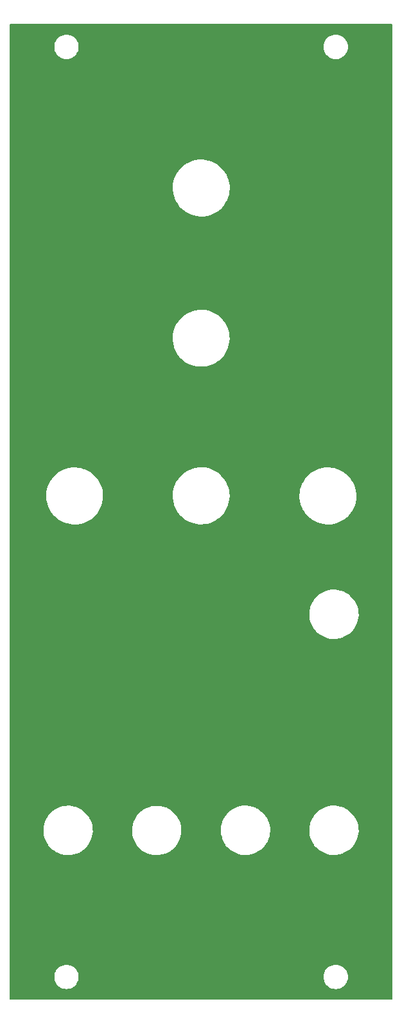
<source format=gbr>
G04 #@! TF.GenerationSoftware,KiCad,Pcbnew,7.0.2-0*
G04 #@! TF.CreationDate,2024-04-11T22:45:53+02:00*
G04 #@! TF.ProjectId,2600ish Panel,32363030-6973-4682-9050-616e656c2e6b,rev?*
G04 #@! TF.SameCoordinates,Original*
G04 #@! TF.FileFunction,Copper,L1,Top*
G04 #@! TF.FilePolarity,Positive*
%FSLAX46Y46*%
G04 Gerber Fmt 4.6, Leading zero omitted, Abs format (unit mm)*
G04 Created by KiCad (PCBNEW 7.0.2-0) date 2024-04-11 22:45:53*
%MOMM*%
%LPD*%
G01*
G04 APERTURE LIST*
G04 APERTURE END LIST*
G04 #@! TA.AperFunction,NonConductor*
G36*
X209342539Y-24520185D02*
G01*
X209388294Y-24572989D01*
X209399500Y-24624500D01*
X209399500Y-152875500D01*
X209379815Y-152942539D01*
X209327011Y-152988294D01*
X209275500Y-152999500D01*
X159024500Y-152999500D01*
X158957461Y-152979815D01*
X158911706Y-152927011D01*
X158900500Y-152875500D01*
X158900500Y-149999999D01*
X164794551Y-149999999D01*
X164814317Y-150251149D01*
X164873126Y-150496110D01*
X164921330Y-150612485D01*
X164969534Y-150728859D01*
X165101164Y-150943659D01*
X165264776Y-151135224D01*
X165456341Y-151298836D01*
X165671141Y-151430466D01*
X165903889Y-151526873D01*
X166148852Y-151585683D01*
X166400000Y-151605449D01*
X166651148Y-151585683D01*
X166896111Y-151526873D01*
X167128859Y-151430466D01*
X167343659Y-151298836D01*
X167535224Y-151135224D01*
X167698836Y-150943659D01*
X167830466Y-150728859D01*
X167926873Y-150496111D01*
X167985683Y-150251148D01*
X168005449Y-150000000D01*
X168005449Y-149999999D01*
X200294551Y-149999999D01*
X200314317Y-150251149D01*
X200373126Y-150496110D01*
X200421330Y-150612485D01*
X200469534Y-150728859D01*
X200601164Y-150943659D01*
X200764776Y-151135224D01*
X200956341Y-151298836D01*
X201171141Y-151430466D01*
X201403889Y-151526873D01*
X201648852Y-151585683D01*
X201900000Y-151605449D01*
X202151148Y-151585683D01*
X202396111Y-151526873D01*
X202628859Y-151430466D01*
X202843659Y-151298836D01*
X203035224Y-151135224D01*
X203198836Y-150943659D01*
X203330466Y-150728859D01*
X203426873Y-150496111D01*
X203485683Y-150251148D01*
X203505449Y-150000000D01*
X203485683Y-149748852D01*
X203426873Y-149503889D01*
X203330466Y-149271141D01*
X203198836Y-149056341D01*
X203035224Y-148864776D01*
X202843659Y-148701164D01*
X202628859Y-148569534D01*
X202512484Y-148521330D01*
X202396110Y-148473126D01*
X202151149Y-148414317D01*
X201900000Y-148394551D01*
X201648850Y-148414317D01*
X201403889Y-148473126D01*
X201171139Y-148569535D01*
X200956342Y-148701163D01*
X200764776Y-148864776D01*
X200601163Y-149056342D01*
X200469535Y-149271139D01*
X200373126Y-149503889D01*
X200314317Y-149748850D01*
X200294551Y-149999999D01*
X168005449Y-149999999D01*
X167985683Y-149748852D01*
X167926873Y-149503889D01*
X167830466Y-149271141D01*
X167698836Y-149056341D01*
X167535224Y-148864776D01*
X167343659Y-148701164D01*
X167128859Y-148569534D01*
X167012484Y-148521330D01*
X166896110Y-148473126D01*
X166651149Y-148414317D01*
X166400000Y-148394551D01*
X166148850Y-148414317D01*
X165903889Y-148473126D01*
X165671139Y-148569535D01*
X165456342Y-148701163D01*
X165264776Y-148864776D01*
X165101163Y-149056342D01*
X164969535Y-149271139D01*
X164873126Y-149503889D01*
X164814317Y-149748850D01*
X164794551Y-149999999D01*
X158900500Y-149999999D01*
X158900500Y-130620298D01*
X163365793Y-130620298D01*
X163365887Y-130623713D01*
X163365887Y-130623719D01*
X163375581Y-130975411D01*
X163375582Y-130975423D01*
X163375676Y-130978832D01*
X163376143Y-130982205D01*
X163376145Y-130982220D01*
X163401789Y-131167147D01*
X163424941Y-131334103D01*
X163425776Y-131337402D01*
X163425778Y-131337410D01*
X163512151Y-131678491D01*
X163512153Y-131678500D01*
X163512989Y-131681798D01*
X163514186Y-131684996D01*
X163514187Y-131684998D01*
X163636151Y-132010752D01*
X163638752Y-132017697D01*
X163640297Y-132020751D01*
X163640298Y-132020752D01*
X163797090Y-132330581D01*
X163800704Y-132337721D01*
X163802567Y-132340574D01*
X163802572Y-132340581D01*
X163992062Y-132630617D01*
X163996878Y-132637988D01*
X163999041Y-132640615D01*
X163999043Y-132640617D01*
X164107305Y-132772073D01*
X164224893Y-132914852D01*
X164227336Y-132917228D01*
X164227341Y-132917234D01*
X164473864Y-133157055D01*
X164481981Y-133164951D01*
X164484682Y-133167053D01*
X164484684Y-133167055D01*
X164618168Y-133270950D01*
X164765022Y-133385251D01*
X165070580Y-133573077D01*
X165394946Y-133726149D01*
X165551765Y-133779985D01*
X165730952Y-133841500D01*
X165730955Y-133841500D01*
X165734183Y-133842609D01*
X165737512Y-133843355D01*
X166080829Y-133920294D01*
X166080832Y-133920294D01*
X166084172Y-133921043D01*
X166440665Y-133960500D01*
X166444094Y-133960500D01*
X166707892Y-133960500D01*
X166709595Y-133960500D01*
X166978125Y-133945685D01*
X167331904Y-133886650D01*
X167677041Y-133789054D01*
X168009346Y-133654083D01*
X168324787Y-133483375D01*
X168619534Y-133279002D01*
X168890010Y-133043445D01*
X169132931Y-132779562D01*
X169345348Y-132490559D01*
X169524683Y-132179941D01*
X169668759Y-131851481D01*
X169775827Y-131509164D01*
X169844588Y-131157147D01*
X169874207Y-130799702D01*
X169869537Y-130630298D01*
X175045793Y-130630298D01*
X175045887Y-130633713D01*
X175045887Y-130633719D01*
X175055581Y-130985411D01*
X175055582Y-130985423D01*
X175055676Y-130988832D01*
X175056143Y-130992205D01*
X175056145Y-130992220D01*
X175102626Y-131327410D01*
X175104941Y-131344103D01*
X175105776Y-131347402D01*
X175105778Y-131347410D01*
X175192151Y-131688491D01*
X175192153Y-131688500D01*
X175192989Y-131691798D01*
X175194186Y-131694996D01*
X175194187Y-131694998D01*
X175316151Y-132020752D01*
X175318752Y-132027697D01*
X175320297Y-132030751D01*
X175320298Y-132030752D01*
X175477090Y-132340581D01*
X175480704Y-132347721D01*
X175482567Y-132350574D01*
X175482572Y-132350581D01*
X175672062Y-132640617D01*
X175676878Y-132647988D01*
X175679041Y-132650615D01*
X175679043Y-132650617D01*
X175787305Y-132782073D01*
X175904893Y-132924852D01*
X175907336Y-132927228D01*
X175907341Y-132927234D01*
X176153864Y-133167055D01*
X176161981Y-133174951D01*
X176164682Y-133177053D01*
X176164684Y-133177055D01*
X176298168Y-133280950D01*
X176445022Y-133395251D01*
X176750580Y-133583077D01*
X177074946Y-133736149D01*
X177231765Y-133789985D01*
X177410952Y-133851500D01*
X177410955Y-133851500D01*
X177414183Y-133852609D01*
X177417512Y-133853355D01*
X177760829Y-133930294D01*
X177760832Y-133930294D01*
X177764172Y-133931043D01*
X178120665Y-133970500D01*
X178124094Y-133970500D01*
X178387892Y-133970500D01*
X178389595Y-133970500D01*
X178658125Y-133955685D01*
X179011904Y-133896650D01*
X179357041Y-133799054D01*
X179689346Y-133664083D01*
X180004787Y-133493375D01*
X180299534Y-133289002D01*
X180570010Y-133053445D01*
X180812931Y-132789562D01*
X181025348Y-132500559D01*
X181204683Y-132189941D01*
X181348759Y-131861481D01*
X181455827Y-131519164D01*
X181524588Y-131167147D01*
X181554207Y-130809702D01*
X181548710Y-130610298D01*
X186745793Y-130610298D01*
X186745887Y-130613713D01*
X186745887Y-130613719D01*
X186755581Y-130965411D01*
X186755582Y-130965423D01*
X186755676Y-130968832D01*
X186756143Y-130972205D01*
X186756145Y-130972220D01*
X186804472Y-131320722D01*
X186804941Y-131324103D01*
X186805776Y-131327402D01*
X186805778Y-131327410D01*
X186892151Y-131668491D01*
X186892153Y-131668500D01*
X186892989Y-131671798D01*
X186894186Y-131674996D01*
X186894187Y-131674998D01*
X186965180Y-131864614D01*
X187018752Y-132007697D01*
X187020297Y-132010751D01*
X187020298Y-132010752D01*
X187112476Y-132192901D01*
X187180704Y-132327721D01*
X187182567Y-132330574D01*
X187182572Y-132330581D01*
X187375015Y-132625137D01*
X187376878Y-132627988D01*
X187379041Y-132630615D01*
X187379043Y-132630617D01*
X187387279Y-132640617D01*
X187604893Y-132904852D01*
X187607336Y-132907228D01*
X187607341Y-132907234D01*
X187755051Y-133050928D01*
X187861981Y-133154951D01*
X188145022Y-133375251D01*
X188450580Y-133563077D01*
X188774946Y-133716149D01*
X188954425Y-133777764D01*
X189110952Y-133831500D01*
X189110955Y-133831500D01*
X189114183Y-133832609D01*
X189117512Y-133833355D01*
X189460829Y-133910294D01*
X189460832Y-133910294D01*
X189464172Y-133911043D01*
X189820665Y-133950500D01*
X189824094Y-133950500D01*
X190087892Y-133950500D01*
X190089595Y-133950500D01*
X190358125Y-133935685D01*
X190711904Y-133876650D01*
X191057041Y-133779054D01*
X191389346Y-133644083D01*
X191704787Y-133473375D01*
X191999534Y-133269002D01*
X192270010Y-133033445D01*
X192512931Y-132769562D01*
X192725348Y-132480559D01*
X192904683Y-132169941D01*
X193048759Y-131841481D01*
X193155827Y-131499164D01*
X193224588Y-131147147D01*
X193254207Y-130789702D01*
X193249262Y-130610298D01*
X198415793Y-130610298D01*
X198415887Y-130613713D01*
X198415887Y-130613719D01*
X198425581Y-130965411D01*
X198425582Y-130965423D01*
X198425676Y-130968832D01*
X198426143Y-130972205D01*
X198426145Y-130972220D01*
X198474472Y-131320722D01*
X198474941Y-131324103D01*
X198475776Y-131327402D01*
X198475778Y-131327410D01*
X198562151Y-131668491D01*
X198562153Y-131668500D01*
X198562989Y-131671798D01*
X198564186Y-131674996D01*
X198564187Y-131674998D01*
X198635180Y-131864614D01*
X198688752Y-132007697D01*
X198690297Y-132010751D01*
X198690298Y-132010752D01*
X198782476Y-132192901D01*
X198850704Y-132327721D01*
X198852567Y-132330574D01*
X198852572Y-132330581D01*
X199045015Y-132625137D01*
X199046878Y-132627988D01*
X199049041Y-132630615D01*
X199049043Y-132630617D01*
X199057279Y-132640617D01*
X199274893Y-132904852D01*
X199277336Y-132907228D01*
X199277341Y-132907234D01*
X199425051Y-133050928D01*
X199531981Y-133154951D01*
X199815022Y-133375251D01*
X200120580Y-133563077D01*
X200444946Y-133716149D01*
X200624425Y-133777764D01*
X200780952Y-133831500D01*
X200780955Y-133831500D01*
X200784183Y-133832609D01*
X200787512Y-133833355D01*
X201130829Y-133910294D01*
X201130832Y-133910294D01*
X201134172Y-133911043D01*
X201490665Y-133950500D01*
X201494094Y-133950500D01*
X201757892Y-133950500D01*
X201759595Y-133950500D01*
X202028125Y-133935685D01*
X202381904Y-133876650D01*
X202727041Y-133779054D01*
X203059346Y-133644083D01*
X203374787Y-133473375D01*
X203669534Y-133269002D01*
X203940010Y-133033445D01*
X204182931Y-132769562D01*
X204395348Y-132480559D01*
X204574683Y-132169941D01*
X204718759Y-131841481D01*
X204825827Y-131499164D01*
X204894588Y-131147147D01*
X204924207Y-130789702D01*
X204914324Y-130431168D01*
X204865059Y-130075897D01*
X204777011Y-129728202D01*
X204651248Y-129392303D01*
X204489296Y-129072279D01*
X204394175Y-128926686D01*
X204294984Y-128774862D01*
X204294983Y-128774861D01*
X204293122Y-128772012D01*
X204065107Y-128495148D01*
X204062663Y-128492770D01*
X204062658Y-128492765D01*
X203810470Y-128247433D01*
X203810466Y-128247429D01*
X203808019Y-128245049D01*
X203687182Y-128150998D01*
X203527679Y-128026851D01*
X203527675Y-128026848D01*
X203524978Y-128024749D01*
X203397885Y-127946625D01*
X203222328Y-127838710D01*
X203222320Y-127838706D01*
X203219420Y-127836923D01*
X203216334Y-127835467D01*
X203216331Y-127835465D01*
X202935074Y-127702737D01*
X202895054Y-127683851D01*
X202891815Y-127682739D01*
X202891810Y-127682737D01*
X202559047Y-127568499D01*
X202559032Y-127568494D01*
X202555817Y-127567391D01*
X202552499Y-127566647D01*
X202552487Y-127566644D01*
X202209170Y-127489705D01*
X202209153Y-127489702D01*
X202205828Y-127488957D01*
X202202428Y-127488580D01*
X202202418Y-127488579D01*
X201852747Y-127449877D01*
X201852735Y-127449876D01*
X201849335Y-127449500D01*
X201580405Y-127449500D01*
X201578729Y-127449592D01*
X201578709Y-127449593D01*
X201315277Y-127464127D01*
X201315271Y-127464127D01*
X201311875Y-127464315D01*
X201308531Y-127464873D01*
X201308513Y-127464875D01*
X200961465Y-127522787D01*
X200961450Y-127522790D01*
X200958096Y-127523350D01*
X200954819Y-127524276D01*
X200954804Y-127524280D01*
X200616253Y-127620014D01*
X200616244Y-127620017D01*
X200612959Y-127620946D01*
X200609787Y-127622234D01*
X200609785Y-127622235D01*
X200283828Y-127754627D01*
X200283815Y-127754632D01*
X200280654Y-127755917D01*
X200277657Y-127757538D01*
X200277644Y-127757545D01*
X199968223Y-127924995D01*
X199968208Y-127925003D01*
X199965213Y-127926625D01*
X199962399Y-127928575D01*
X199962396Y-127928578D01*
X199673275Y-128129049D01*
X199673259Y-128129060D01*
X199670466Y-128130998D01*
X199667900Y-128133232D01*
X199667888Y-128133242D01*
X199402572Y-128364305D01*
X199402558Y-128364317D01*
X199399990Y-128366555D01*
X199397681Y-128369062D01*
X199397673Y-128369071D01*
X199159380Y-128627926D01*
X199159367Y-128627940D01*
X199157069Y-128630438D01*
X199155048Y-128633186D01*
X199155046Y-128633190D01*
X198946676Y-128916686D01*
X198946668Y-128916697D01*
X198944652Y-128919441D01*
X198942946Y-128922395D01*
X198942942Y-128922402D01*
X198767026Y-129227098D01*
X198767022Y-129227105D01*
X198765317Y-129230059D01*
X198763947Y-129233180D01*
X198763944Y-129233188D01*
X198622615Y-129555385D01*
X198622610Y-129555395D01*
X198621241Y-129558519D01*
X198620220Y-129561783D01*
X198620219Y-129561786D01*
X198569170Y-129725001D01*
X198514173Y-129900836D01*
X198513519Y-129904183D01*
X198513518Y-129904188D01*
X198446066Y-130249501D01*
X198446064Y-130249514D01*
X198445412Y-130252853D01*
X198445130Y-130256247D01*
X198445129Y-130256260D01*
X198416076Y-130606881D01*
X198415793Y-130610298D01*
X193249262Y-130610298D01*
X193244324Y-130431168D01*
X193195059Y-130075897D01*
X193107011Y-129728202D01*
X192981248Y-129392303D01*
X192819296Y-129072279D01*
X192724175Y-128926686D01*
X192624984Y-128774862D01*
X192624983Y-128774861D01*
X192623122Y-128772012D01*
X192395107Y-128495148D01*
X192392663Y-128492770D01*
X192392658Y-128492765D01*
X192140470Y-128247433D01*
X192140466Y-128247429D01*
X192138019Y-128245049D01*
X192017182Y-128150998D01*
X191857679Y-128026851D01*
X191857675Y-128026848D01*
X191854978Y-128024749D01*
X191727885Y-127946625D01*
X191552328Y-127838710D01*
X191552320Y-127838706D01*
X191549420Y-127836923D01*
X191546334Y-127835467D01*
X191546331Y-127835465D01*
X191265074Y-127702737D01*
X191225054Y-127683851D01*
X191221815Y-127682739D01*
X191221810Y-127682737D01*
X190889047Y-127568499D01*
X190889032Y-127568494D01*
X190885817Y-127567391D01*
X190882499Y-127566647D01*
X190882487Y-127566644D01*
X190539170Y-127489705D01*
X190539153Y-127489702D01*
X190535828Y-127488957D01*
X190532428Y-127488580D01*
X190532418Y-127488579D01*
X190182747Y-127449877D01*
X190182735Y-127449876D01*
X190179335Y-127449500D01*
X189910405Y-127449500D01*
X189908729Y-127449592D01*
X189908709Y-127449593D01*
X189645277Y-127464127D01*
X189645271Y-127464127D01*
X189641875Y-127464315D01*
X189638531Y-127464873D01*
X189638513Y-127464875D01*
X189291465Y-127522787D01*
X189291450Y-127522790D01*
X189288096Y-127523350D01*
X189284819Y-127524276D01*
X189284804Y-127524280D01*
X188946253Y-127620014D01*
X188946244Y-127620017D01*
X188942959Y-127620946D01*
X188939787Y-127622234D01*
X188939785Y-127622235D01*
X188613828Y-127754627D01*
X188613815Y-127754632D01*
X188610654Y-127755917D01*
X188607657Y-127757538D01*
X188607644Y-127757545D01*
X188298223Y-127924995D01*
X188298208Y-127925003D01*
X188295213Y-127926625D01*
X188292399Y-127928575D01*
X188292396Y-127928578D01*
X188003275Y-128129049D01*
X188003259Y-128129060D01*
X188000466Y-128130998D01*
X187997900Y-128133232D01*
X187997888Y-128133242D01*
X187732572Y-128364305D01*
X187732558Y-128364317D01*
X187729990Y-128366555D01*
X187727681Y-128369062D01*
X187727673Y-128369071D01*
X187489380Y-128627926D01*
X187489367Y-128627940D01*
X187487069Y-128630438D01*
X187485048Y-128633186D01*
X187485046Y-128633190D01*
X187276676Y-128916686D01*
X187276668Y-128916697D01*
X187274652Y-128919441D01*
X187272946Y-128922395D01*
X187272942Y-128922402D01*
X187097026Y-129227098D01*
X187097022Y-129227105D01*
X187095317Y-129230059D01*
X187093947Y-129233180D01*
X187093944Y-129233188D01*
X186952615Y-129555385D01*
X186952610Y-129555395D01*
X186951241Y-129558519D01*
X186950220Y-129561783D01*
X186950219Y-129561786D01*
X186899170Y-129725001D01*
X186844173Y-129900836D01*
X186843519Y-129904183D01*
X186843518Y-129904188D01*
X186776066Y-130249501D01*
X186776064Y-130249514D01*
X186775412Y-130252853D01*
X186775130Y-130256247D01*
X186775129Y-130256260D01*
X186746076Y-130606881D01*
X186745793Y-130610298D01*
X181548710Y-130610298D01*
X181544324Y-130451168D01*
X181495059Y-130095897D01*
X181407011Y-129748202D01*
X181281248Y-129412303D01*
X181119296Y-129092279D01*
X181110893Y-129079418D01*
X180924984Y-128794862D01*
X180924983Y-128794861D01*
X180923122Y-128792012D01*
X180695107Y-128515148D01*
X180692663Y-128512770D01*
X180692658Y-128512765D01*
X180440470Y-128267433D01*
X180440466Y-128267429D01*
X180438019Y-128265049D01*
X180425171Y-128255049D01*
X180157679Y-128046851D01*
X180157675Y-128046848D01*
X180154978Y-128044749D01*
X180152063Y-128042957D01*
X179852328Y-127858710D01*
X179852320Y-127858706D01*
X179849420Y-127856923D01*
X179846334Y-127855467D01*
X179846331Y-127855465D01*
X179528156Y-127705315D01*
X179528157Y-127705315D01*
X179525054Y-127703851D01*
X179521815Y-127702739D01*
X179521810Y-127702737D01*
X179189047Y-127588499D01*
X179189032Y-127588494D01*
X179185817Y-127587391D01*
X179182499Y-127586647D01*
X179182487Y-127586644D01*
X178839170Y-127509705D01*
X178839153Y-127509702D01*
X178835828Y-127508957D01*
X178832428Y-127508580D01*
X178832418Y-127508579D01*
X178482747Y-127469877D01*
X178482735Y-127469876D01*
X178479335Y-127469500D01*
X178210405Y-127469500D01*
X178208729Y-127469592D01*
X178208709Y-127469593D01*
X177945277Y-127484127D01*
X177945271Y-127484127D01*
X177941875Y-127484315D01*
X177938531Y-127484873D01*
X177938513Y-127484875D01*
X177591465Y-127542787D01*
X177591450Y-127542790D01*
X177588096Y-127543350D01*
X177584819Y-127544276D01*
X177584804Y-127544280D01*
X177246253Y-127640014D01*
X177246244Y-127640017D01*
X177242959Y-127640946D01*
X177239787Y-127642234D01*
X177239785Y-127642235D01*
X176913828Y-127774627D01*
X176913815Y-127774632D01*
X176910654Y-127775917D01*
X176907657Y-127777538D01*
X176907644Y-127777545D01*
X176598223Y-127944995D01*
X176598208Y-127945003D01*
X176595213Y-127946625D01*
X176592399Y-127948575D01*
X176592396Y-127948578D01*
X176303275Y-128149049D01*
X176303259Y-128149060D01*
X176300466Y-128150998D01*
X176297900Y-128153232D01*
X176297888Y-128153242D01*
X176032572Y-128384305D01*
X176032558Y-128384317D01*
X176029990Y-128386555D01*
X176027681Y-128389062D01*
X176027673Y-128389071D01*
X175789380Y-128647926D01*
X175789367Y-128647940D01*
X175787069Y-128650438D01*
X175785048Y-128653186D01*
X175785046Y-128653190D01*
X175576676Y-128936686D01*
X175576668Y-128936697D01*
X175574652Y-128939441D01*
X175572946Y-128942395D01*
X175572942Y-128942402D01*
X175397026Y-129247098D01*
X175397022Y-129247105D01*
X175395317Y-129250059D01*
X175393947Y-129253180D01*
X175393944Y-129253188D01*
X175252615Y-129575385D01*
X175252610Y-129575395D01*
X175251241Y-129578519D01*
X175250220Y-129581783D01*
X175250219Y-129581786D01*
X175147301Y-129910836D01*
X175144173Y-129920836D01*
X175143519Y-129924183D01*
X175143518Y-129924188D01*
X175076066Y-130269501D01*
X175076064Y-130269514D01*
X175075412Y-130272853D01*
X175075130Y-130276247D01*
X175075129Y-130276260D01*
X175046338Y-130623719D01*
X175045793Y-130630298D01*
X169869537Y-130630298D01*
X169864324Y-130441168D01*
X169815059Y-130085897D01*
X169727011Y-129738202D01*
X169601248Y-129402303D01*
X169439296Y-129082279D01*
X169430893Y-129069418D01*
X169244984Y-128784862D01*
X169244983Y-128784861D01*
X169243122Y-128782012D01*
X169015107Y-128505148D01*
X169012663Y-128502770D01*
X169012658Y-128502765D01*
X168760470Y-128257433D01*
X168760466Y-128257429D01*
X168758019Y-128255049D01*
X168745171Y-128245049D01*
X168477679Y-128036851D01*
X168477675Y-128036848D01*
X168474978Y-128034749D01*
X168472063Y-128032957D01*
X168172328Y-127848710D01*
X168172320Y-127848706D01*
X168169420Y-127846923D01*
X168166334Y-127845467D01*
X168166331Y-127845465D01*
X167953176Y-127744874D01*
X167845054Y-127693851D01*
X167841815Y-127692739D01*
X167841810Y-127692737D01*
X167509047Y-127578499D01*
X167509032Y-127578494D01*
X167505817Y-127577391D01*
X167502499Y-127576647D01*
X167502487Y-127576644D01*
X167159170Y-127499705D01*
X167159153Y-127499702D01*
X167155828Y-127498957D01*
X167152428Y-127498580D01*
X167152418Y-127498579D01*
X166802747Y-127459877D01*
X166802735Y-127459876D01*
X166799335Y-127459500D01*
X166530405Y-127459500D01*
X166528729Y-127459592D01*
X166528709Y-127459593D01*
X166265277Y-127474127D01*
X166265271Y-127474127D01*
X166261875Y-127474315D01*
X166258531Y-127474873D01*
X166258513Y-127474875D01*
X165911465Y-127532787D01*
X165911450Y-127532790D01*
X165908096Y-127533350D01*
X165904819Y-127534276D01*
X165904804Y-127534280D01*
X165566253Y-127630014D01*
X165566244Y-127630017D01*
X165562959Y-127630946D01*
X165559787Y-127632234D01*
X165559785Y-127632235D01*
X165233828Y-127764627D01*
X165233815Y-127764632D01*
X165230654Y-127765917D01*
X165227657Y-127767538D01*
X165227644Y-127767545D01*
X164918223Y-127934995D01*
X164918208Y-127935003D01*
X164915213Y-127936625D01*
X164912399Y-127938575D01*
X164912396Y-127938578D01*
X164623275Y-128139049D01*
X164623259Y-128139060D01*
X164620466Y-128140998D01*
X164617900Y-128143232D01*
X164617888Y-128143242D01*
X164352572Y-128374305D01*
X164352558Y-128374317D01*
X164349990Y-128376555D01*
X164347681Y-128379062D01*
X164347673Y-128379071D01*
X164109380Y-128637926D01*
X164109367Y-128637940D01*
X164107069Y-128640438D01*
X164105048Y-128643186D01*
X164105046Y-128643190D01*
X163896676Y-128926686D01*
X163896668Y-128926697D01*
X163894652Y-128929441D01*
X163892946Y-128932395D01*
X163892942Y-128932402D01*
X163717026Y-129237098D01*
X163717022Y-129237105D01*
X163715317Y-129240059D01*
X163713947Y-129243180D01*
X163713944Y-129243188D01*
X163572615Y-129565385D01*
X163572610Y-129565395D01*
X163571241Y-129568519D01*
X163570220Y-129571783D01*
X163570219Y-129571786D01*
X163467301Y-129900836D01*
X163464173Y-129910836D01*
X163463519Y-129914183D01*
X163463518Y-129914188D01*
X163396066Y-130259501D01*
X163396064Y-130259514D01*
X163395412Y-130262853D01*
X163395130Y-130266247D01*
X163395129Y-130266260D01*
X163366338Y-130613719D01*
X163365793Y-130620298D01*
X158900500Y-130620298D01*
X158900500Y-102160298D01*
X198415793Y-102160298D01*
X198415887Y-102163713D01*
X198415887Y-102163719D01*
X198425581Y-102515411D01*
X198425582Y-102515423D01*
X198425676Y-102518832D01*
X198426143Y-102522205D01*
X198426145Y-102522220D01*
X198450867Y-102700498D01*
X198474941Y-102874103D01*
X198475776Y-102877402D01*
X198475778Y-102877410D01*
X198562151Y-103218491D01*
X198562153Y-103218500D01*
X198562989Y-103221798D01*
X198564186Y-103224996D01*
X198564187Y-103224998D01*
X198627692Y-103394614D01*
X198688752Y-103557697D01*
X198690297Y-103560751D01*
X198690298Y-103560752D01*
X198770857Y-103719941D01*
X198850704Y-103877721D01*
X198852567Y-103880574D01*
X198852572Y-103880581D01*
X198952357Y-104033313D01*
X199046878Y-104177988D01*
X199274893Y-104454852D01*
X199277336Y-104457228D01*
X199277341Y-104457234D01*
X199409391Y-104585694D01*
X199531981Y-104704951D01*
X199815022Y-104925251D01*
X200120580Y-105113077D01*
X200444946Y-105266149D01*
X200624425Y-105327764D01*
X200780952Y-105381500D01*
X200780955Y-105381500D01*
X200784183Y-105382609D01*
X200787512Y-105383355D01*
X201130829Y-105460294D01*
X201130832Y-105460294D01*
X201134172Y-105461043D01*
X201490665Y-105500500D01*
X201494094Y-105500500D01*
X201757892Y-105500500D01*
X201759595Y-105500500D01*
X202028125Y-105485685D01*
X202381904Y-105426650D01*
X202727041Y-105329054D01*
X203059346Y-105194083D01*
X203374787Y-105023375D01*
X203669534Y-104819002D01*
X203940010Y-104583445D01*
X204182931Y-104319562D01*
X204395348Y-104030559D01*
X204574683Y-103719941D01*
X204718759Y-103391481D01*
X204825827Y-103049164D01*
X204894588Y-102697147D01*
X204924207Y-102339702D01*
X204914324Y-101981168D01*
X204865059Y-101625897D01*
X204777011Y-101278202D01*
X204651248Y-100942303D01*
X204489296Y-100622279D01*
X204293122Y-100322012D01*
X204065107Y-100045148D01*
X204062663Y-100042770D01*
X204062658Y-100042765D01*
X203810470Y-99797433D01*
X203810466Y-99797429D01*
X203808019Y-99795049D01*
X203658982Y-99679049D01*
X203527679Y-99576851D01*
X203527675Y-99576848D01*
X203524978Y-99574749D01*
X203368526Y-99478578D01*
X203222328Y-99388710D01*
X203222320Y-99388706D01*
X203219420Y-99386923D01*
X203216334Y-99385467D01*
X203216331Y-99385465D01*
X202898156Y-99235315D01*
X202898157Y-99235315D01*
X202895054Y-99233851D01*
X202891815Y-99232739D01*
X202891810Y-99232737D01*
X202559047Y-99118499D01*
X202559032Y-99118494D01*
X202555817Y-99117391D01*
X202552499Y-99116647D01*
X202552487Y-99116644D01*
X202209170Y-99039705D01*
X202209153Y-99039702D01*
X202205828Y-99038957D01*
X202202428Y-99038580D01*
X202202418Y-99038579D01*
X201852747Y-98999877D01*
X201852735Y-98999876D01*
X201849335Y-98999500D01*
X201580405Y-98999500D01*
X201578729Y-98999592D01*
X201578709Y-98999593D01*
X201315277Y-99014127D01*
X201315271Y-99014127D01*
X201311875Y-99014315D01*
X201308531Y-99014873D01*
X201308513Y-99014875D01*
X200961465Y-99072787D01*
X200961450Y-99072790D01*
X200958096Y-99073350D01*
X200954819Y-99074276D01*
X200954804Y-99074280D01*
X200616253Y-99170014D01*
X200616244Y-99170017D01*
X200612959Y-99170946D01*
X200609787Y-99172234D01*
X200609785Y-99172235D01*
X200283828Y-99304627D01*
X200283815Y-99304632D01*
X200280654Y-99305917D01*
X200277657Y-99307538D01*
X200277644Y-99307545D01*
X199968223Y-99474995D01*
X199968208Y-99475003D01*
X199965213Y-99476625D01*
X199962399Y-99478575D01*
X199962396Y-99478578D01*
X199673275Y-99679049D01*
X199673259Y-99679060D01*
X199670466Y-99680998D01*
X199667900Y-99683232D01*
X199667888Y-99683242D01*
X199402572Y-99914305D01*
X199402558Y-99914317D01*
X199399990Y-99916555D01*
X199397681Y-99919062D01*
X199397673Y-99919071D01*
X199159380Y-100177926D01*
X199159367Y-100177940D01*
X199157069Y-100180438D01*
X199155048Y-100183186D01*
X199155046Y-100183190D01*
X198946676Y-100466686D01*
X198946668Y-100466697D01*
X198944652Y-100469441D01*
X198942946Y-100472395D01*
X198942942Y-100472402D01*
X198767026Y-100777098D01*
X198767022Y-100777105D01*
X198765317Y-100780059D01*
X198763947Y-100783180D01*
X198763944Y-100783188D01*
X198622615Y-101105385D01*
X198622610Y-101105395D01*
X198621241Y-101108519D01*
X198620220Y-101111783D01*
X198620219Y-101111786D01*
X198569170Y-101275001D01*
X198514173Y-101450836D01*
X198513519Y-101454183D01*
X198513518Y-101454188D01*
X198446066Y-101799501D01*
X198446064Y-101799514D01*
X198445412Y-101802853D01*
X198445130Y-101806247D01*
X198445129Y-101806260D01*
X198416076Y-102156881D01*
X198415793Y-102160298D01*
X158900500Y-102160298D01*
X158900500Y-86553304D01*
X163715766Y-86553304D01*
X163725722Y-86939831D01*
X163726129Y-86942976D01*
X163726130Y-86942986D01*
X163774956Y-87320117D01*
X163774958Y-87320133D01*
X163775367Y-87323285D01*
X163776097Y-87326380D01*
X163776100Y-87326394D01*
X163863443Y-87696495D01*
X163863446Y-87696508D01*
X163864177Y-87699602D01*
X163865224Y-87702613D01*
X163865225Y-87702615D01*
X163986680Y-88051773D01*
X163991210Y-88064794D01*
X163992564Y-88067688D01*
X163992567Y-88067694D01*
X164151722Y-88407732D01*
X164155118Y-88414988D01*
X164156766Y-88417732D01*
X164352520Y-88743735D01*
X164352528Y-88743747D01*
X164354165Y-88746473D01*
X164356076Y-88749019D01*
X164356079Y-88749024D01*
X164472446Y-88904092D01*
X164586241Y-89055734D01*
X164848885Y-89339495D01*
X165139314Y-89594745D01*
X165454449Y-89818781D01*
X165790949Y-90009227D01*
X166145247Y-90164065D01*
X166513588Y-90281652D01*
X166892067Y-90360743D01*
X167276673Y-90400500D01*
X167279871Y-90400500D01*
X167565001Y-90400500D01*
X167566589Y-90400500D01*
X167856142Y-90385574D01*
X168238191Y-90326072D01*
X168612097Y-90227602D01*
X168973896Y-90091209D01*
X169319754Y-89918338D01*
X169646004Y-89710822D01*
X169949187Y-89470860D01*
X170226091Y-89200997D01*
X170473779Y-88904092D01*
X170689627Y-88583294D01*
X170871346Y-88242002D01*
X171017009Y-87883834D01*
X171125074Y-87512587D01*
X171194394Y-87132197D01*
X171224234Y-86746696D01*
X171218995Y-86543304D01*
X180405766Y-86543304D01*
X180405848Y-86546493D01*
X180405848Y-86546499D01*
X180411005Y-86746696D01*
X180415722Y-86929831D01*
X180416129Y-86932976D01*
X180416130Y-86932986D01*
X180464956Y-87310117D01*
X180464958Y-87310133D01*
X180465367Y-87313285D01*
X180466097Y-87316380D01*
X180466100Y-87316394D01*
X180553443Y-87686495D01*
X180553446Y-87686508D01*
X180554177Y-87689602D01*
X180555224Y-87692613D01*
X180555225Y-87692615D01*
X180618262Y-87873834D01*
X180681210Y-88054794D01*
X180682564Y-88057688D01*
X180682567Y-88057694D01*
X180843760Y-88402087D01*
X180845118Y-88404988D01*
X180896284Y-88490199D01*
X181042520Y-88733735D01*
X181042528Y-88733747D01*
X181044165Y-88736473D01*
X181046076Y-88739019D01*
X181046079Y-88739024D01*
X181162446Y-88894092D01*
X181276241Y-89045734D01*
X181538885Y-89329495D01*
X181829314Y-89584745D01*
X182144449Y-89808781D01*
X182480949Y-89999227D01*
X182835247Y-90154065D01*
X183203588Y-90271652D01*
X183582067Y-90350743D01*
X183966673Y-90390500D01*
X183969871Y-90390500D01*
X184255001Y-90390500D01*
X184256589Y-90390500D01*
X184546142Y-90375574D01*
X184928191Y-90316072D01*
X185302097Y-90217602D01*
X185663896Y-90081209D01*
X186009754Y-89908338D01*
X186336004Y-89700822D01*
X186639187Y-89460860D01*
X186916091Y-89190997D01*
X187163779Y-88894092D01*
X187379627Y-88573294D01*
X187561346Y-88232002D01*
X187707009Y-87873834D01*
X187815074Y-87502587D01*
X187884394Y-87122197D01*
X187914234Y-86736696D01*
X187909510Y-86553304D01*
X197115766Y-86553304D01*
X197125722Y-86939831D01*
X197126129Y-86942976D01*
X197126130Y-86942986D01*
X197174956Y-87320117D01*
X197174958Y-87320133D01*
X197175367Y-87323285D01*
X197176097Y-87326380D01*
X197176100Y-87326394D01*
X197263443Y-87696495D01*
X197263446Y-87696508D01*
X197264177Y-87699602D01*
X197265224Y-87702613D01*
X197265225Y-87702615D01*
X197386680Y-88051773D01*
X197391210Y-88064794D01*
X197392564Y-88067688D01*
X197392567Y-88067694D01*
X197551722Y-88407732D01*
X197555118Y-88414988D01*
X197556766Y-88417732D01*
X197752520Y-88743735D01*
X197752528Y-88743747D01*
X197754165Y-88746473D01*
X197756076Y-88749019D01*
X197756079Y-88749024D01*
X197872446Y-88904092D01*
X197986241Y-89055734D01*
X198248885Y-89339495D01*
X198539314Y-89594745D01*
X198854449Y-89818781D01*
X199190949Y-90009227D01*
X199545247Y-90164065D01*
X199913588Y-90281652D01*
X200292067Y-90360743D01*
X200676673Y-90400500D01*
X200679871Y-90400500D01*
X200965001Y-90400500D01*
X200966589Y-90400500D01*
X201256142Y-90385574D01*
X201638191Y-90326072D01*
X202012097Y-90227602D01*
X202373896Y-90091209D01*
X202719754Y-89918338D01*
X203046004Y-89710822D01*
X203349187Y-89470860D01*
X203626091Y-89200997D01*
X203873779Y-88904092D01*
X204089627Y-88583294D01*
X204271346Y-88242002D01*
X204417009Y-87883834D01*
X204525074Y-87512587D01*
X204594394Y-87132197D01*
X204624234Y-86746696D01*
X204614278Y-86360169D01*
X204564633Y-85976715D01*
X204475823Y-85600398D01*
X204348790Y-85235206D01*
X204184882Y-84885012D01*
X204069614Y-84693049D01*
X203987479Y-84556264D01*
X203987474Y-84556256D01*
X203985835Y-84553527D01*
X203753759Y-84244266D01*
X203491115Y-83960505D01*
X203200686Y-83705255D01*
X202885551Y-83481219D01*
X202882772Y-83479646D01*
X202882767Y-83479643D01*
X202551840Y-83292351D01*
X202551832Y-83292347D01*
X202549051Y-83290773D01*
X202194753Y-83135935D01*
X202191715Y-83134965D01*
X202191712Y-83134964D01*
X201829448Y-83019317D01*
X201829444Y-83019316D01*
X201826412Y-83018348D01*
X201823291Y-83017695D01*
X201823288Y-83017695D01*
X201451054Y-82939909D01*
X201451050Y-82939908D01*
X201447933Y-82939257D01*
X201444774Y-82938930D01*
X201444765Y-82938929D01*
X201066506Y-82899828D01*
X201066494Y-82899827D01*
X201063327Y-82899500D01*
X200773411Y-82899500D01*
X200771846Y-82899580D01*
X200771833Y-82899581D01*
X200487033Y-82914262D01*
X200487026Y-82914262D01*
X200483858Y-82914426D01*
X200480732Y-82914912D01*
X200480711Y-82914915D01*
X200104963Y-82973436D01*
X200104948Y-82973439D01*
X200101809Y-82973928D01*
X200098726Y-82974739D01*
X200098716Y-82974742D01*
X199730989Y-83071585D01*
X199730983Y-83071586D01*
X199727903Y-83072398D01*
X199724929Y-83073518D01*
X199724920Y-83073522D01*
X199369084Y-83207667D01*
X199369074Y-83207671D01*
X199366104Y-83208791D01*
X199363269Y-83210207D01*
X199363253Y-83210215D01*
X199023109Y-83380230D01*
X199023094Y-83380238D01*
X199020246Y-83381662D01*
X199017561Y-83383369D01*
X199017543Y-83383380D01*
X198696690Y-83587464D01*
X198696684Y-83587468D01*
X198693996Y-83589178D01*
X198691508Y-83591147D01*
X198691497Y-83591155D01*
X198393307Y-83827165D01*
X198393294Y-83827175D01*
X198390813Y-83829140D01*
X198388542Y-83831352D01*
X198388532Y-83831362D01*
X198116193Y-84096776D01*
X198116182Y-84096786D01*
X198113909Y-84099003D01*
X198111868Y-84101449D01*
X198111862Y-84101456D01*
X197868276Y-84393443D01*
X197868263Y-84393459D01*
X197866221Y-84395908D01*
X197864439Y-84398555D01*
X197864431Y-84398567D01*
X197652158Y-84714051D01*
X197652146Y-84714070D01*
X197650373Y-84716706D01*
X197648875Y-84719518D01*
X197648868Y-84719531D01*
X197470154Y-85055179D01*
X197470147Y-85055193D01*
X197468654Y-85057998D01*
X197467457Y-85060939D01*
X197467450Y-85060956D01*
X197324194Y-85413205D01*
X197324186Y-85413225D01*
X197322991Y-85416166D01*
X197322101Y-85419221D01*
X197322099Y-85419229D01*
X197215815Y-85784357D01*
X197215812Y-85784367D01*
X197214926Y-85787413D01*
X197214355Y-85790544D01*
X197214355Y-85790546D01*
X197146178Y-86164659D01*
X197146175Y-86164676D01*
X197145606Y-86167803D01*
X197145359Y-86170984D01*
X197145359Y-86170990D01*
X197116012Y-86550114D01*
X197116011Y-86550131D01*
X197115766Y-86553304D01*
X187909510Y-86553304D01*
X187904278Y-86350169D01*
X187854633Y-85966715D01*
X187765823Y-85590398D01*
X187638790Y-85225206D01*
X187474882Y-84875012D01*
X187359614Y-84683049D01*
X187277479Y-84546264D01*
X187277474Y-84546256D01*
X187275835Y-84543527D01*
X187043759Y-84234266D01*
X186781115Y-83950505D01*
X186490686Y-83695255D01*
X186189617Y-83481219D01*
X186178152Y-83473068D01*
X186178150Y-83473067D01*
X186175551Y-83471219D01*
X186172772Y-83469646D01*
X186172767Y-83469643D01*
X185841840Y-83282351D01*
X185841832Y-83282347D01*
X185839051Y-83280773D01*
X185484753Y-83125935D01*
X185481715Y-83124965D01*
X185481712Y-83124964D01*
X185119448Y-83009317D01*
X185119444Y-83009316D01*
X185116412Y-83008348D01*
X185113291Y-83007695D01*
X185113288Y-83007695D01*
X184741054Y-82929909D01*
X184741050Y-82929908D01*
X184737933Y-82929257D01*
X184734774Y-82928930D01*
X184734765Y-82928929D01*
X184356506Y-82889828D01*
X184356494Y-82889827D01*
X184353327Y-82889500D01*
X184063411Y-82889500D01*
X184061846Y-82889580D01*
X184061833Y-82889581D01*
X183777033Y-82904262D01*
X183777026Y-82904262D01*
X183773858Y-82904426D01*
X183770732Y-82904912D01*
X183770711Y-82904915D01*
X183394963Y-82963436D01*
X183394948Y-82963439D01*
X183391809Y-82963928D01*
X183388726Y-82964739D01*
X183388716Y-82964742D01*
X183020989Y-83061585D01*
X183020983Y-83061586D01*
X183017903Y-83062398D01*
X183014929Y-83063518D01*
X183014920Y-83063522D01*
X182659084Y-83197667D01*
X182659074Y-83197671D01*
X182656104Y-83198791D01*
X182653269Y-83200207D01*
X182653253Y-83200215D01*
X182313109Y-83370230D01*
X182313094Y-83370238D01*
X182310246Y-83371662D01*
X182307561Y-83373369D01*
X182307543Y-83373380D01*
X181986690Y-83577464D01*
X181986684Y-83577468D01*
X181983996Y-83579178D01*
X181981508Y-83581147D01*
X181981497Y-83581155D01*
X181683307Y-83817165D01*
X181683294Y-83817175D01*
X181680813Y-83819140D01*
X181678542Y-83821352D01*
X181678532Y-83821362D01*
X181406193Y-84086776D01*
X181406182Y-84086786D01*
X181403909Y-84089003D01*
X181401868Y-84091449D01*
X181401862Y-84091456D01*
X181158276Y-84383443D01*
X181158263Y-84383459D01*
X181156221Y-84385908D01*
X181154439Y-84388555D01*
X181154431Y-84388567D01*
X180942158Y-84704051D01*
X180942146Y-84704070D01*
X180940373Y-84706706D01*
X180938875Y-84709518D01*
X180938868Y-84709531D01*
X180760154Y-85045179D01*
X180760147Y-85045193D01*
X180758654Y-85047998D01*
X180757457Y-85050939D01*
X180757450Y-85050956D01*
X180614194Y-85403205D01*
X180614186Y-85403225D01*
X180612991Y-85406166D01*
X180612101Y-85409221D01*
X180612099Y-85409229D01*
X180505815Y-85774357D01*
X180505812Y-85774367D01*
X180504926Y-85777413D01*
X180504355Y-85780544D01*
X180504355Y-85780546D01*
X180436178Y-86154659D01*
X180436175Y-86154676D01*
X180435606Y-86157803D01*
X180435359Y-86160984D01*
X180435359Y-86160990D01*
X180406012Y-86540114D01*
X180406011Y-86540131D01*
X180405766Y-86543304D01*
X171218995Y-86543304D01*
X171214278Y-86360169D01*
X171164633Y-85976715D01*
X171075823Y-85600398D01*
X170948790Y-85235206D01*
X170784882Y-84885012D01*
X170669614Y-84693049D01*
X170587479Y-84556264D01*
X170587474Y-84556256D01*
X170585835Y-84553527D01*
X170353759Y-84244266D01*
X170091115Y-83960505D01*
X169800686Y-83705255D01*
X169485551Y-83481219D01*
X169482772Y-83479646D01*
X169482767Y-83479643D01*
X169151840Y-83292351D01*
X169151832Y-83292347D01*
X169149051Y-83290773D01*
X168794753Y-83135935D01*
X168791715Y-83134965D01*
X168791712Y-83134964D01*
X168429448Y-83019317D01*
X168429444Y-83019316D01*
X168426412Y-83018348D01*
X168423291Y-83017695D01*
X168423288Y-83017695D01*
X168051054Y-82939909D01*
X168051050Y-82939908D01*
X168047933Y-82939257D01*
X168044774Y-82938930D01*
X168044765Y-82938929D01*
X167666506Y-82899828D01*
X167666494Y-82899827D01*
X167663327Y-82899500D01*
X167373411Y-82899500D01*
X167371846Y-82899580D01*
X167371833Y-82899581D01*
X167087033Y-82914262D01*
X167087026Y-82914262D01*
X167083858Y-82914426D01*
X167080732Y-82914912D01*
X167080711Y-82914915D01*
X166704963Y-82973436D01*
X166704948Y-82973439D01*
X166701809Y-82973928D01*
X166698726Y-82974739D01*
X166698716Y-82974742D01*
X166330989Y-83071585D01*
X166330983Y-83071586D01*
X166327903Y-83072398D01*
X166324929Y-83073518D01*
X166324920Y-83073522D01*
X165969084Y-83207667D01*
X165969074Y-83207671D01*
X165966104Y-83208791D01*
X165963269Y-83210207D01*
X165963253Y-83210215D01*
X165623109Y-83380230D01*
X165623094Y-83380238D01*
X165620246Y-83381662D01*
X165617561Y-83383369D01*
X165617543Y-83383380D01*
X165296690Y-83587464D01*
X165296684Y-83587468D01*
X165293996Y-83589178D01*
X165291508Y-83591147D01*
X165291497Y-83591155D01*
X164993307Y-83827165D01*
X164993294Y-83827175D01*
X164990813Y-83829140D01*
X164988542Y-83831352D01*
X164988532Y-83831362D01*
X164716193Y-84096776D01*
X164716182Y-84096786D01*
X164713909Y-84099003D01*
X164711868Y-84101449D01*
X164711862Y-84101456D01*
X164468276Y-84393443D01*
X164468263Y-84393459D01*
X164466221Y-84395908D01*
X164464439Y-84398555D01*
X164464431Y-84398567D01*
X164252158Y-84714051D01*
X164252146Y-84714070D01*
X164250373Y-84716706D01*
X164248875Y-84719518D01*
X164248868Y-84719531D01*
X164070154Y-85055179D01*
X164070147Y-85055193D01*
X164068654Y-85057998D01*
X164067457Y-85060939D01*
X164067450Y-85060956D01*
X163924194Y-85413205D01*
X163924186Y-85413225D01*
X163922991Y-85416166D01*
X163922101Y-85419221D01*
X163922099Y-85419229D01*
X163815815Y-85784357D01*
X163815812Y-85784367D01*
X163814926Y-85787413D01*
X163814355Y-85790544D01*
X163814355Y-85790546D01*
X163746178Y-86164659D01*
X163746175Y-86164676D01*
X163745606Y-86167803D01*
X163745359Y-86170984D01*
X163745359Y-86170990D01*
X163716012Y-86550114D01*
X163716011Y-86550131D01*
X163715766Y-86553304D01*
X158900500Y-86553304D01*
X158900500Y-65793304D01*
X180405766Y-65793304D01*
X180415722Y-66179831D01*
X180416129Y-66182976D01*
X180416130Y-66182986D01*
X180464956Y-66560117D01*
X180464958Y-66560133D01*
X180465367Y-66563285D01*
X180466097Y-66566380D01*
X180466100Y-66566394D01*
X180553443Y-66936495D01*
X180553446Y-66936508D01*
X180554177Y-66939602D01*
X180555224Y-66942613D01*
X180555225Y-66942615D01*
X180618262Y-67123834D01*
X180681210Y-67304794D01*
X180845118Y-67654988D01*
X180846766Y-67657732D01*
X181042520Y-67983735D01*
X181042528Y-67983747D01*
X181044165Y-67986473D01*
X181046076Y-67989019D01*
X181046079Y-67989024D01*
X181162446Y-68144092D01*
X181276241Y-68295734D01*
X181538885Y-68579495D01*
X181829314Y-68834745D01*
X182144449Y-69058781D01*
X182480949Y-69249227D01*
X182835247Y-69404065D01*
X183203588Y-69521652D01*
X183582067Y-69600743D01*
X183966673Y-69640500D01*
X183969871Y-69640500D01*
X184255001Y-69640500D01*
X184256589Y-69640500D01*
X184546142Y-69625574D01*
X184928191Y-69566072D01*
X185302097Y-69467602D01*
X185663896Y-69331209D01*
X186009754Y-69158338D01*
X186336004Y-68950822D01*
X186639187Y-68710860D01*
X186916091Y-68440997D01*
X187163779Y-68144092D01*
X187379627Y-67823294D01*
X187561346Y-67482002D01*
X187707009Y-67123834D01*
X187815074Y-66752587D01*
X187884394Y-66372197D01*
X187914234Y-65986696D01*
X187904278Y-65600169D01*
X187854633Y-65216715D01*
X187765823Y-64840398D01*
X187638790Y-64475206D01*
X187474882Y-64125012D01*
X187359614Y-63933049D01*
X187277479Y-63796264D01*
X187277474Y-63796256D01*
X187275835Y-63793527D01*
X187043759Y-63484266D01*
X186781115Y-63200505D01*
X186490686Y-62945255D01*
X186175551Y-62721219D01*
X186172772Y-62719646D01*
X186172767Y-62719643D01*
X185841840Y-62532351D01*
X185841832Y-62532347D01*
X185839051Y-62530773D01*
X185484753Y-62375935D01*
X185481715Y-62374965D01*
X185481712Y-62374964D01*
X185119448Y-62259317D01*
X185119444Y-62259316D01*
X185116412Y-62258348D01*
X185113291Y-62257695D01*
X185113288Y-62257695D01*
X184741054Y-62179909D01*
X184741050Y-62179908D01*
X184737933Y-62179257D01*
X184734774Y-62178930D01*
X184734765Y-62178929D01*
X184356506Y-62139828D01*
X184356494Y-62139827D01*
X184353327Y-62139500D01*
X184063411Y-62139500D01*
X184061846Y-62139580D01*
X184061833Y-62139581D01*
X183777033Y-62154262D01*
X183777026Y-62154262D01*
X183773858Y-62154426D01*
X183770732Y-62154912D01*
X183770711Y-62154915D01*
X183394963Y-62213436D01*
X183394948Y-62213439D01*
X183391809Y-62213928D01*
X183388726Y-62214739D01*
X183388716Y-62214742D01*
X183020989Y-62311585D01*
X183020983Y-62311586D01*
X183017903Y-62312398D01*
X183014929Y-62313518D01*
X183014920Y-62313522D01*
X182659084Y-62447667D01*
X182659074Y-62447671D01*
X182656104Y-62448791D01*
X182653269Y-62450207D01*
X182653253Y-62450215D01*
X182313109Y-62620230D01*
X182313094Y-62620238D01*
X182310246Y-62621662D01*
X182307561Y-62623369D01*
X182307543Y-62623380D01*
X181986690Y-62827464D01*
X181986684Y-62827468D01*
X181983996Y-62829178D01*
X181981508Y-62831147D01*
X181981497Y-62831155D01*
X181683307Y-63067165D01*
X181683294Y-63067175D01*
X181680813Y-63069140D01*
X181678542Y-63071352D01*
X181678532Y-63071362D01*
X181406193Y-63336776D01*
X181406182Y-63336786D01*
X181403909Y-63339003D01*
X181401868Y-63341449D01*
X181401862Y-63341456D01*
X181158276Y-63633443D01*
X181158263Y-63633459D01*
X181156221Y-63635908D01*
X181154439Y-63638555D01*
X181154431Y-63638567D01*
X180942158Y-63954051D01*
X180942146Y-63954070D01*
X180940373Y-63956706D01*
X180938875Y-63959518D01*
X180938868Y-63959531D01*
X180760154Y-64295179D01*
X180760147Y-64295193D01*
X180758654Y-64297998D01*
X180757457Y-64300939D01*
X180757450Y-64300956D01*
X180614194Y-64653205D01*
X180614186Y-64653225D01*
X180612991Y-64656166D01*
X180612101Y-64659221D01*
X180612099Y-64659229D01*
X180505815Y-65024357D01*
X180505812Y-65024367D01*
X180504926Y-65027413D01*
X180504355Y-65030544D01*
X180504355Y-65030546D01*
X180436178Y-65404659D01*
X180436175Y-65404676D01*
X180435606Y-65407803D01*
X180435359Y-65410984D01*
X180435359Y-65410990D01*
X180406012Y-65790114D01*
X180406011Y-65790131D01*
X180405766Y-65793304D01*
X158900500Y-65793304D01*
X158900500Y-46003304D01*
X180415766Y-46003304D01*
X180425722Y-46389831D01*
X180426129Y-46392976D01*
X180426130Y-46392986D01*
X180474956Y-46770117D01*
X180474958Y-46770133D01*
X180475367Y-46773285D01*
X180476097Y-46776380D01*
X180476100Y-46776394D01*
X180563443Y-47146495D01*
X180563446Y-47146508D01*
X180564177Y-47149602D01*
X180565224Y-47152613D01*
X180565225Y-47152615D01*
X180628262Y-47333834D01*
X180691210Y-47514794D01*
X180855118Y-47864988D01*
X180856766Y-47867732D01*
X181052520Y-48193735D01*
X181052528Y-48193747D01*
X181054165Y-48196473D01*
X181056076Y-48199019D01*
X181056079Y-48199024D01*
X181172446Y-48354092D01*
X181286241Y-48505734D01*
X181548885Y-48789495D01*
X181839314Y-49044745D01*
X182154449Y-49268781D01*
X182490949Y-49459227D01*
X182845247Y-49614065D01*
X183213588Y-49731652D01*
X183592067Y-49810743D01*
X183976673Y-49850500D01*
X183979871Y-49850500D01*
X184265001Y-49850500D01*
X184266589Y-49850500D01*
X184556142Y-49835574D01*
X184938191Y-49776072D01*
X185312097Y-49677602D01*
X185673896Y-49541209D01*
X186019754Y-49368338D01*
X186346004Y-49160822D01*
X186649187Y-48920860D01*
X186926091Y-48650997D01*
X187173779Y-48354092D01*
X187389627Y-48033294D01*
X187571346Y-47692002D01*
X187717009Y-47333834D01*
X187825074Y-46962587D01*
X187894394Y-46582197D01*
X187924234Y-46196696D01*
X187914278Y-45810169D01*
X187864633Y-45426715D01*
X187775823Y-45050398D01*
X187648790Y-44685206D01*
X187484882Y-44335012D01*
X187369614Y-44143049D01*
X187287479Y-44006264D01*
X187287474Y-44006256D01*
X187285835Y-44003527D01*
X187053759Y-43694266D01*
X186791115Y-43410505D01*
X186500686Y-43155255D01*
X186185551Y-42931219D01*
X186182772Y-42929646D01*
X186182767Y-42929643D01*
X185851840Y-42742351D01*
X185851832Y-42742347D01*
X185849051Y-42740773D01*
X185494753Y-42585935D01*
X185491715Y-42584965D01*
X185491712Y-42584964D01*
X185129448Y-42469317D01*
X185129444Y-42469316D01*
X185126412Y-42468348D01*
X185123291Y-42467695D01*
X185123288Y-42467695D01*
X184751054Y-42389909D01*
X184751050Y-42389908D01*
X184747933Y-42389257D01*
X184744774Y-42388930D01*
X184744765Y-42388929D01*
X184366506Y-42349828D01*
X184366494Y-42349827D01*
X184363327Y-42349500D01*
X184073411Y-42349500D01*
X184071846Y-42349580D01*
X184071833Y-42349581D01*
X183787033Y-42364262D01*
X183787026Y-42364262D01*
X183783858Y-42364426D01*
X183780732Y-42364912D01*
X183780711Y-42364915D01*
X183404963Y-42423436D01*
X183404948Y-42423439D01*
X183401809Y-42423928D01*
X183398726Y-42424739D01*
X183398716Y-42424742D01*
X183030989Y-42521585D01*
X183030983Y-42521586D01*
X183027903Y-42522398D01*
X183024929Y-42523518D01*
X183024920Y-42523522D01*
X182669084Y-42657667D01*
X182669074Y-42657671D01*
X182666104Y-42658791D01*
X182663269Y-42660207D01*
X182663253Y-42660215D01*
X182323109Y-42830230D01*
X182323094Y-42830238D01*
X182320246Y-42831662D01*
X182317561Y-42833369D01*
X182317543Y-42833380D01*
X181996690Y-43037464D01*
X181996684Y-43037468D01*
X181993996Y-43039178D01*
X181991508Y-43041147D01*
X181991497Y-43041155D01*
X181693307Y-43277165D01*
X181693294Y-43277175D01*
X181690813Y-43279140D01*
X181688542Y-43281352D01*
X181688532Y-43281362D01*
X181416193Y-43546776D01*
X181416182Y-43546786D01*
X181413909Y-43549003D01*
X181411868Y-43551449D01*
X181411862Y-43551456D01*
X181168276Y-43843443D01*
X181168263Y-43843459D01*
X181166221Y-43845908D01*
X181164439Y-43848555D01*
X181164431Y-43848567D01*
X180952158Y-44164051D01*
X180952146Y-44164070D01*
X180950373Y-44166706D01*
X180948875Y-44169518D01*
X180948868Y-44169531D01*
X180770154Y-44505179D01*
X180770147Y-44505193D01*
X180768654Y-44507998D01*
X180767457Y-44510939D01*
X180767450Y-44510956D01*
X180624194Y-44863205D01*
X180624186Y-44863225D01*
X180622991Y-44866166D01*
X180622101Y-44869221D01*
X180622099Y-44869229D01*
X180515815Y-45234357D01*
X180515812Y-45234367D01*
X180514926Y-45237413D01*
X180514355Y-45240544D01*
X180514355Y-45240546D01*
X180446178Y-45614659D01*
X180446175Y-45614676D01*
X180445606Y-45617803D01*
X180445359Y-45620984D01*
X180445359Y-45620990D01*
X180416012Y-46000114D01*
X180416011Y-46000131D01*
X180415766Y-46003304D01*
X158900500Y-46003304D01*
X158900500Y-27499999D01*
X164794551Y-27499999D01*
X164814317Y-27751149D01*
X164873126Y-27996110D01*
X164921330Y-28112485D01*
X164969534Y-28228859D01*
X165101164Y-28443659D01*
X165264776Y-28635224D01*
X165456341Y-28798836D01*
X165671141Y-28930466D01*
X165903889Y-29026873D01*
X166148852Y-29085683D01*
X166400000Y-29105449D01*
X166651148Y-29085683D01*
X166896111Y-29026873D01*
X167128859Y-28930466D01*
X167343659Y-28798836D01*
X167535224Y-28635224D01*
X167698836Y-28443659D01*
X167830466Y-28228859D01*
X167926873Y-27996111D01*
X167985683Y-27751148D01*
X168005449Y-27500000D01*
X168005449Y-27499999D01*
X200294551Y-27499999D01*
X200314317Y-27751149D01*
X200373126Y-27996110D01*
X200421330Y-28112484D01*
X200469534Y-28228859D01*
X200601164Y-28443659D01*
X200764776Y-28635224D01*
X200956341Y-28798836D01*
X201171141Y-28930466D01*
X201403889Y-29026873D01*
X201648852Y-29085683D01*
X201900000Y-29105449D01*
X202151148Y-29085683D01*
X202396111Y-29026873D01*
X202628859Y-28930466D01*
X202843659Y-28798836D01*
X203035224Y-28635224D01*
X203198836Y-28443659D01*
X203330466Y-28228859D01*
X203426873Y-27996111D01*
X203485683Y-27751148D01*
X203505449Y-27500000D01*
X203485683Y-27248852D01*
X203426873Y-27003889D01*
X203330466Y-26771141D01*
X203198836Y-26556341D01*
X203035224Y-26364776D01*
X202843659Y-26201164D01*
X202628859Y-26069534D01*
X202512485Y-26021330D01*
X202396110Y-25973126D01*
X202151149Y-25914317D01*
X201900000Y-25894551D01*
X201648850Y-25914317D01*
X201403889Y-25973126D01*
X201171139Y-26069535D01*
X200956342Y-26201163D01*
X200764776Y-26364776D01*
X200601163Y-26556342D01*
X200469535Y-26771139D01*
X200373126Y-27003889D01*
X200314317Y-27248850D01*
X200294551Y-27499999D01*
X168005449Y-27499999D01*
X167985683Y-27248852D01*
X167926873Y-27003889D01*
X167830466Y-26771141D01*
X167698836Y-26556341D01*
X167535224Y-26364776D01*
X167343659Y-26201164D01*
X167128859Y-26069534D01*
X167012485Y-26021330D01*
X166896110Y-25973126D01*
X166651149Y-25914317D01*
X166400000Y-25894551D01*
X166148850Y-25914317D01*
X165903889Y-25973126D01*
X165671139Y-26069535D01*
X165456342Y-26201163D01*
X165264776Y-26364776D01*
X165101163Y-26556342D01*
X164969535Y-26771139D01*
X164873126Y-27003889D01*
X164814317Y-27248850D01*
X164794551Y-27499999D01*
X158900500Y-27499999D01*
X158900500Y-24624500D01*
X158920185Y-24557461D01*
X158972989Y-24511706D01*
X159024500Y-24500500D01*
X209275500Y-24500500D01*
X209342539Y-24520185D01*
G37*
G04 #@! TD.AperFunction*
M02*

</source>
